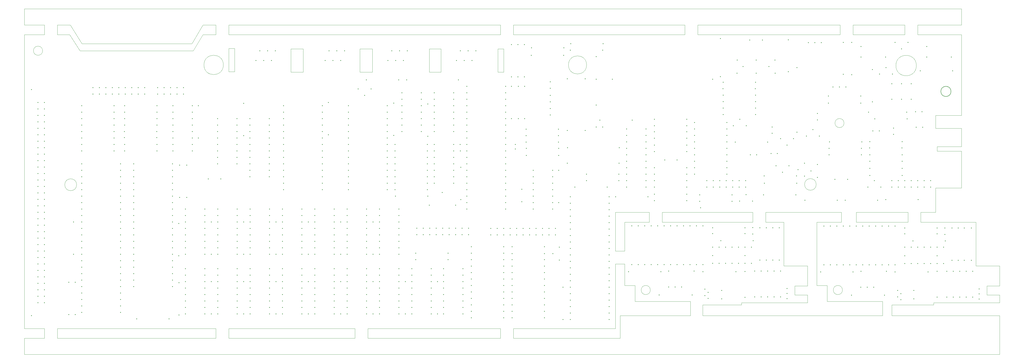
<source format=gko>
%TF.GenerationSoftware,KiCad,Pcbnew,8.0.8+1*%
%TF.CreationDate,2025-02-09T17:16:15+01:00*%
%TF.ProjectId,Issue_5,49737375-655f-4352-9e6b-696361645f70,Issue 5*%
%TF.SameCoordinates,Original*%
%TF.FileFunction,Profile,NP*%
%FSLAX46Y46*%
G04 Gerber Fmt 4.6, Leading zero omitted, Abs format (unit mm)*
G04 Created by KiCad (PCBNEW 8.0.8+1) date 2025-02-09 17:16:15*
%MOMM*%
%LPD*%
G01*
G04 APERTURE LIST*
%TA.AperFunction,Profile*%
%ADD10C,0.050000*%
%TD*%
%TA.AperFunction,Profile*%
%ADD11C,0.200000*%
%TD*%
%ADD12C,0.350000*%
G04 APERTURE END LIST*
D10*
X334391000Y-165227000D02*
X344043000Y-165227000D01*
X263017000Y-190119000D02*
X258953000Y-190119000D01*
X263017000Y-190119000D02*
X263017000Y-196342000D01*
X360172000Y-201930000D02*
X360172000Y-196342000D01*
X255270000Y-161290000D02*
X255270000Y-176530000D01*
X289560000Y-197739000D02*
X289560000Y-201930000D01*
X158115000Y-207010000D02*
X210185000Y-207010000D01*
X210185000Y-210820000D01*
X158115000Y-210820000D01*
X158115000Y-207010000D01*
X304800000Y-196850000D02*
X330708000Y-196850000D01*
X321437000Y-165227000D02*
X314325000Y-165227000D01*
X314325000Y-161290000D02*
X344043000Y-161290000D01*
X344442051Y-191897000D02*
G75*
G02*
X340849949Y-191897000I-1796051J0D01*
G01*
X340849949Y-191897000D02*
G75*
G02*
X344442051Y-191897000I1796051J0D01*
G01*
X373459093Y-103632000D02*
G75*
G02*
X365426907Y-103632000I-4016093J0D01*
G01*
X365426907Y-103632000D02*
G75*
G02*
X373459093Y-103632000I4016093J0D01*
G01*
X334137000Y-150368000D02*
G75*
G02*
X329565000Y-150368000I-2286000J0D01*
G01*
X329565000Y-150368000D02*
G75*
G02*
X334137000Y-150368000I2286000J0D01*
G01*
X127825500Y-97028000D02*
X132651500Y-97028000D01*
X132651500Y-106172000D01*
X127825500Y-106172000D01*
X127825500Y-97028000D01*
X255270000Y-207010000D02*
X255270000Y-181610000D01*
X258953000Y-165227000D02*
X268605000Y-165227000D01*
X325755000Y-193802000D02*
X325755000Y-190246000D01*
X257175000Y-201930000D02*
X284734000Y-201930000D01*
X338455000Y-190119000D02*
X334391000Y-190119000D01*
X268605000Y-165227000D02*
X268605000Y-161290000D01*
X314325000Y-165227000D02*
X314325000Y-161290000D01*
X154940000Y-97028000D02*
X159893000Y-97028000D01*
X159893000Y-106172000D01*
X154940000Y-106172000D01*
X154940000Y-97028000D01*
X243967000Y-103378000D02*
G75*
G02*
X236855000Y-103378000I-3556000J0D01*
G01*
X236855000Y-103378000D02*
G75*
G02*
X243967000Y-103378000I3556000J0D01*
G01*
X273685000Y-161290000D02*
X309245000Y-161290000D01*
X309245000Y-165227000D01*
X273685000Y-165227000D01*
X273685000Y-161290000D01*
X215265000Y-210820000D02*
X215265000Y-207010000D01*
X330708000Y-190246000D02*
X330708000Y-182372000D01*
X284734000Y-196342000D02*
X263017000Y-196342000D01*
X391160000Y-87630000D02*
X374015000Y-87630000D01*
X374015000Y-91440000D01*
X391160000Y-91440000D01*
X391160000Y-123190000D01*
X381000000Y-123190000D01*
X381000000Y-128270000D01*
X391160000Y-128270000D01*
X391160000Y-135509000D01*
X381635000Y-135509000D01*
X381635000Y-137287000D01*
X391160000Y-137287000D01*
X391160000Y-151765000D01*
X381000000Y-151765000D01*
X381000000Y-161290000D01*
X375158000Y-161290000D01*
X375158000Y-165227000D01*
X396875000Y-165227000D01*
X396875000Y-182372000D01*
X406146000Y-182372000D01*
X406146000Y-190246000D01*
X401193000Y-190246000D01*
X401193000Y-193802000D01*
X406146000Y-193802000D01*
X406146000Y-196850000D01*
X380238000Y-196850000D01*
X380238000Y-197739000D01*
X363855000Y-197739000D01*
X363855000Y-201930000D01*
X406146000Y-201930000D01*
X406146000Y-217170000D01*
X23241000Y-217170000D01*
X23241000Y-210820000D01*
X31115000Y-210820000D01*
X31115000Y-207010000D01*
X23241000Y-207010000D01*
X23241000Y-91440000D01*
X31115000Y-91440000D01*
X31115000Y-87630000D01*
X23241000Y-87630000D01*
X23241000Y-81280000D01*
X391160000Y-81280000D01*
X391160000Y-87630000D01*
X334391000Y-176530000D02*
X334391000Y-181610000D01*
X269004051Y-191897000D02*
G75*
G02*
X265411949Y-191897000I-1796051J0D01*
G01*
X265411949Y-191897000D02*
G75*
G02*
X269004051Y-191897000I1796051J0D01*
G01*
X258953000Y-181610000D02*
X255270000Y-181610000D01*
X344043000Y-165227000D02*
X344043000Y-161290000D01*
X284734000Y-196342000D02*
X284734000Y-201930000D01*
X360172000Y-196342000D02*
X338455000Y-196342000D01*
X289560000Y-201930000D02*
X360172000Y-201930000D01*
X215265000Y-87630000D02*
X282575000Y-87630000D01*
X282575000Y-91440000D01*
X215265000Y-91440000D01*
X215265000Y-87630000D01*
X348615000Y-87630000D02*
X368935000Y-87630000D01*
X368935000Y-91440000D01*
X348615000Y-91440000D01*
X348615000Y-87630000D01*
X330708000Y-182372000D02*
X321437000Y-182372000D01*
X103505000Y-96901000D02*
X105791000Y-96901000D01*
X105791000Y-106045000D01*
X103505000Y-106045000D01*
X103505000Y-96901000D01*
X338455000Y-190119000D02*
X338455000Y-196342000D01*
X209169000Y-97028000D02*
X211455000Y-97028000D01*
X211455000Y-106172000D01*
X209169000Y-106172000D01*
X209169000Y-97028000D01*
X289560000Y-197739000D02*
X304800000Y-197739000D01*
X304800000Y-197739000D02*
X304800000Y-196850000D01*
X268605000Y-161290000D02*
X255270000Y-161290000D01*
X349885000Y-161290000D02*
X370205000Y-161290000D01*
X370205000Y-165227000D01*
X349885000Y-165227000D01*
X349885000Y-161290000D01*
X287655000Y-87630000D02*
X343535000Y-87630000D01*
X343535000Y-91440000D01*
X287655000Y-91440000D01*
X287655000Y-87630000D01*
X36195000Y-207010000D02*
X98425000Y-207010000D01*
X98425000Y-210820000D01*
X36195000Y-210820000D01*
X36195000Y-207010000D01*
X334391000Y-176530000D02*
X334391000Y-165227000D01*
X258953000Y-181610000D02*
X258953000Y-190119000D01*
X255270000Y-176530000D02*
X258953000Y-176530000D01*
X257175000Y-201930000D02*
X257175000Y-210820000D01*
X182245000Y-97028000D02*
X186817000Y-97028000D01*
X186817000Y-106172000D01*
X182245000Y-106172000D01*
X182245000Y-97028000D01*
X101346000Y-103378000D02*
G75*
G02*
X93726000Y-103378000I-3810000J0D01*
G01*
X93726000Y-103378000D02*
G75*
G02*
X101346000Y-103378000I3810000J0D01*
G01*
X215265000Y-207010000D02*
X255270000Y-207010000D01*
X321437000Y-182372000D02*
X321437000Y-165227000D01*
X257175000Y-210820000D02*
X215265000Y-210820000D01*
X330708000Y-196850000D02*
X330708000Y-193802000D01*
X45847000Y-94996000D02*
X89027000Y-94996000D01*
X93345000Y-87630000D01*
X98425000Y-87630000D01*
X98425000Y-91440000D01*
X93345000Y-91440000D01*
X89535000Y-97790000D01*
X45085000Y-97790000D01*
X41021000Y-91440000D01*
X36195000Y-91440000D01*
X36195000Y-87630000D01*
X41275000Y-87630000D01*
X45847000Y-94996000D01*
X43736867Y-150495000D02*
G75*
G02*
X39067133Y-150495000I-2334867J0D01*
G01*
X39067133Y-150495000D02*
G75*
G02*
X43736867Y-150495000I2334867J0D01*
G01*
X345059000Y-126238000D02*
G75*
G02*
X341503000Y-126238000I-1778000J0D01*
G01*
X341503000Y-126238000D02*
G75*
G02*
X345059000Y-126238000I1778000J0D01*
G01*
X103505000Y-87630000D02*
X210185000Y-87630000D01*
X210185000Y-91440000D01*
X103505000Y-91440000D01*
X103505000Y-87630000D01*
X325755000Y-190246000D02*
X330708000Y-190246000D01*
X30371051Y-97790000D02*
G75*
G02*
X26778949Y-97790000I-1796051J0D01*
G01*
X26778949Y-97790000D02*
G75*
G02*
X30371051Y-97790000I1796051J0D01*
G01*
X258953000Y-176530000D02*
X258953000Y-165227000D01*
X103505000Y-207010000D02*
X153035000Y-207010000D01*
X153035000Y-210820000D01*
X103505000Y-210820000D01*
X103505000Y-207010000D01*
X334391000Y-181610000D02*
X334391000Y-190119000D01*
X330708000Y-193802000D02*
X325755000Y-193802000D01*
D11*
%TO.C,S3*%
X387064000Y-113792000D02*
G75*
G02*
X383064000Y-113792000I-2000000J0D01*
G01*
X383064000Y-113792000D02*
G75*
G02*
X387064000Y-113792000I2000000J0D01*
G01*
%TD*%
D12*
X276225000Y-190683000D03*
X278765000Y-190683000D03*
X281305000Y-190683000D03*
X58420000Y-137160000D03*
X45720000Y-137160000D03*
X358902000Y-129286000D03*
X356402000Y-129286000D03*
X339217000Y-138684000D03*
X351917000Y-138684000D03*
X297585000Y-115310000D03*
X310285000Y-115310000D03*
X211455000Y-185039000D03*
X198755000Y-185039000D03*
X377571000Y-96092000D03*
X377571000Y-100283000D03*
X387223000Y-100283000D03*
X367825400Y-135991600D03*
X355125400Y-135991600D03*
X283337000Y-137414000D03*
X270637000Y-137414000D03*
X347980000Y-193929000D03*
X360934000Y-193929000D03*
X227457000Y-182499000D03*
X214757000Y-182499000D03*
X368935000Y-175006000D03*
X371475000Y-175006000D03*
X374015000Y-175006000D03*
X376555000Y-175006000D03*
X379095000Y-175006000D03*
X381635000Y-175006000D03*
X384175000Y-175006000D03*
X252095000Y-151384000D03*
X239395000Y-151384000D03*
X233045000Y-138938000D03*
X220345000Y-138938000D03*
X227457000Y-195199000D03*
X214757000Y-195199000D03*
X398145000Y-191453000D03*
X398145000Y-193453000D03*
X398145000Y-195453000D03*
X227457000Y-185039000D03*
X214757000Y-185039000D03*
X137287000Y-160020000D03*
X137287000Y-162560000D03*
X137287000Y-165100000D03*
X137287000Y-167640000D03*
X137287000Y-170180000D03*
X137287000Y-172720000D03*
X137287000Y-175260000D03*
X137287000Y-177800000D03*
X144907000Y-177800000D03*
X144907000Y-175260000D03*
X144907000Y-172720000D03*
X144907000Y-170180000D03*
X144907000Y-167640000D03*
X144907000Y-165100000D03*
X144907000Y-162560000D03*
X144907000Y-160020000D03*
X168783000Y-137160000D03*
X181483000Y-137160000D03*
X235077000Y-96647000D03*
X222377000Y-96647000D03*
X373166000Y-121793000D03*
X375666000Y-121793000D03*
X75311000Y-134620000D03*
X62611000Y-134620000D03*
X306197000Y-167386000D03*
X293497000Y-167386000D03*
X355168200Y-133553200D03*
X367868200Y-133553200D03*
X147447000Y-201295000D03*
X147447000Y-188595000D03*
X290449000Y-191516000D03*
X290449000Y-191516000D03*
X291719000Y-192786000D03*
X291719000Y-192786000D03*
X290449000Y-194056000D03*
X290449000Y-194056000D03*
X291719000Y-195199000D03*
X291719000Y-195199000D03*
X355219000Y-141224000D03*
X367919000Y-141224000D03*
X286385000Y-143764000D03*
X299085000Y-143764000D03*
X168783000Y-142240000D03*
X181483000Y-142240000D03*
X234950000Y-99568000D03*
X222250000Y-99568000D03*
X319659000Y-180086000D03*
X319659000Y-167386000D03*
X329565000Y-147066000D03*
X327025000Y-144526000D03*
X329565000Y-141986000D03*
X297585000Y-120390000D03*
X310285000Y-120390000D03*
X220218000Y-128651000D03*
X232918000Y-128651000D03*
X227457000Y-197739000D03*
X214757000Y-197739000D03*
X175387000Y-183515000D03*
X175387000Y-186055000D03*
X175387000Y-188595000D03*
X175387000Y-191135000D03*
X175387000Y-193675000D03*
X175387000Y-196215000D03*
X175387000Y-198755000D03*
X175387000Y-201295000D03*
X183007000Y-201295000D03*
X183007000Y-198755000D03*
X183007000Y-196215000D03*
X183007000Y-193675000D03*
X183007000Y-191135000D03*
X183007000Y-188595000D03*
X183007000Y-186055000D03*
X183007000Y-183515000D03*
X243967000Y-148844000D03*
X256667000Y-148844000D03*
X326136000Y-154432000D03*
X313436000Y-154432000D03*
X313817000Y-149860000D03*
X326517000Y-149860000D03*
X315087000Y-133705600D03*
X302387000Y-133705600D03*
X137287000Y-183515000D03*
X137287000Y-186055000D03*
X137287000Y-188595000D03*
X137287000Y-191135000D03*
X137287000Y-193675000D03*
X137287000Y-196215000D03*
X137287000Y-198755000D03*
X137287000Y-201295000D03*
X144907000Y-201295000D03*
X144907000Y-198755000D03*
X144907000Y-196215000D03*
X144907000Y-193675000D03*
X144907000Y-191135000D03*
X144907000Y-188595000D03*
X144907000Y-186055000D03*
X144907000Y-183515000D03*
X96647000Y-201295000D03*
X96647000Y-188595000D03*
X395097000Y-180213000D03*
X395097000Y-167513000D03*
X288417000Y-156972000D03*
X301117000Y-156972000D03*
X326567800Y-104444800D03*
X326567800Y-129844800D03*
X172847000Y-201295000D03*
X172847000Y-188595000D03*
X192913000Y-101600000D03*
X194437000Y-97790000D03*
X195961000Y-101600000D03*
X197485000Y-97790000D03*
X199009000Y-101600000D03*
X200533000Y-97790000D03*
X309245000Y-167335200D03*
X309245000Y-169875200D03*
X306197000Y-184650000D03*
X306197000Y-194810000D03*
X370205000Y-94488000D03*
X367665000Y-97028000D03*
X365125000Y-94488000D03*
X217043000Y-108077000D03*
X217043000Y-95377000D03*
X181610000Y-118745000D03*
X181610000Y-131445000D03*
X219583000Y-95377000D03*
X219583000Y-108077000D03*
X291211000Y-148844000D03*
X293751000Y-148844000D03*
X296291000Y-148844000D03*
X298831000Y-148844000D03*
X301371000Y-148844000D03*
X303911000Y-148844000D03*
X306451000Y-148844000D03*
X291211000Y-151384000D03*
X293751000Y-151384000D03*
X296291000Y-151384000D03*
X298831000Y-151384000D03*
X301371000Y-151384000D03*
X303911000Y-151384000D03*
X306451000Y-151384000D03*
X211455000Y-182499000D03*
X198755000Y-182499000D03*
X308269000Y-138684000D03*
X310769000Y-138684000D03*
X85725000Y-114845000D03*
X85725000Y-112305000D03*
X83185000Y-114845000D03*
X83185000Y-112305000D03*
X80645000Y-114845000D03*
X80645000Y-112305000D03*
X78105000Y-114845000D03*
X78105000Y-112305000D03*
X75565000Y-114845000D03*
X75565000Y-112305000D03*
X70485000Y-114845000D03*
X70485000Y-112305000D03*
X67945000Y-114845000D03*
X67945000Y-112305000D03*
X65405000Y-114845000D03*
X65405000Y-112305000D03*
X62865000Y-114845000D03*
X62865000Y-112305000D03*
X60325000Y-114845000D03*
X60325000Y-112305000D03*
X57785000Y-114845000D03*
X57785000Y-112305000D03*
X55245000Y-114845000D03*
X55245000Y-112305000D03*
X52705000Y-114845000D03*
X52705000Y-112305000D03*
X50165000Y-114845000D03*
X50165000Y-112305000D03*
X312039000Y-180086000D03*
X312039000Y-167386000D03*
X75184000Y-129540000D03*
X62484000Y-129540000D03*
X368935000Y-169799000D03*
X381635000Y-169799000D03*
X286385000Y-138684000D03*
X299085000Y-138684000D03*
X214757000Y-179959000D03*
X227457000Y-179959000D03*
X270637000Y-124714000D03*
X283337000Y-124714000D03*
X334645000Y-147574000D03*
X332105000Y-145034000D03*
X334645000Y-142494000D03*
X45720000Y-142240000D03*
X45720000Y-144780000D03*
X45720000Y-147320000D03*
X45720000Y-149860000D03*
X45720000Y-152400000D03*
X45720000Y-154940000D03*
X45720000Y-157480000D03*
X45720000Y-160020000D03*
X45720000Y-162560000D03*
X45720000Y-165100000D03*
X45720000Y-167640000D03*
X45720000Y-170180000D03*
X45720000Y-172720000D03*
X45720000Y-175260000D03*
X45720000Y-177800000D03*
X45720000Y-180340000D03*
X45720000Y-182880000D03*
X45720000Y-185420000D03*
X45720000Y-187960000D03*
X45720000Y-190500000D03*
X45720000Y-193040000D03*
X45720000Y-195580000D03*
X45720000Y-198120000D03*
X45720000Y-200660000D03*
X60960000Y-200660000D03*
X60960000Y-198120000D03*
X60960000Y-195580000D03*
X60960000Y-193040000D03*
X60960000Y-190500000D03*
X60960000Y-187960000D03*
X60960000Y-185420000D03*
X60960000Y-182880000D03*
X60960000Y-180340000D03*
X60960000Y-177800000D03*
X60960000Y-175260000D03*
X60960000Y-172720000D03*
X60960000Y-170180000D03*
X60960000Y-167640000D03*
X60960000Y-165100000D03*
X60960000Y-162560000D03*
X60960000Y-160020000D03*
X60960000Y-157480000D03*
X60960000Y-154940000D03*
X60960000Y-152400000D03*
X60960000Y-149860000D03*
X60960000Y-147320000D03*
X60960000Y-144780000D03*
X60960000Y-142240000D03*
X361467400Y-156311600D03*
X374167400Y-156311600D03*
X259715000Y-128524000D03*
X259715000Y-131064000D03*
X259715000Y-133604000D03*
X259715000Y-136144000D03*
X259715000Y-138684000D03*
X259715000Y-141224000D03*
X259715000Y-143764000D03*
X259715000Y-146304000D03*
X259715000Y-148844000D03*
X259715000Y-151384000D03*
X267335000Y-151384000D03*
X267335000Y-148844000D03*
X267335000Y-146304000D03*
X267335000Y-143764000D03*
X267335000Y-141224000D03*
X267335000Y-138684000D03*
X267335000Y-136144000D03*
X267335000Y-133604000D03*
X267335000Y-131064000D03*
X267335000Y-128524000D03*
X185420000Y-201295000D03*
X185420000Y-188595000D03*
X141351000Y-101600000D03*
X142875000Y-97790000D03*
X144399000Y-101600000D03*
X145923000Y-97790000D03*
X147447000Y-101600000D03*
X148971000Y-97790000D03*
X302641000Y-184658000D03*
X289687000Y-184658000D03*
X270637000Y-143764000D03*
X283337000Y-143764000D03*
X364490000Y-128207888D03*
X364490000Y-130707888D03*
X227457000Y-202819000D03*
X214757000Y-202819000D03*
X306197000Y-178308000D03*
X293497000Y-178308000D03*
X345567000Y-156591000D03*
X358267000Y-156591000D03*
X237744000Y-94996000D03*
X250444000Y-94996000D03*
X227457000Y-190119000D03*
X214757000Y-190119000D03*
X357149400Y-124561600D03*
X369849400Y-124561600D03*
X297585000Y-117850000D03*
X310285000Y-117850000D03*
X142621000Y-118110000D03*
X142621000Y-130810000D03*
X216027000Y-136398000D03*
X216027000Y-134698000D03*
X369697000Y-121920000D03*
X354697000Y-121920000D03*
X355219000Y-144018000D03*
X367919000Y-144018000D03*
X75184000Y-131953000D03*
X62484000Y-131953000D03*
X270637000Y-129674000D03*
X283337000Y-129674000D03*
X261874000Y-125095000D03*
X249174000Y-125095000D03*
X187325000Y-153543000D03*
X192532000Y-158496000D03*
X182245000Y-158496000D03*
X315087000Y-184404000D03*
X315087000Y-194564000D03*
X368935000Y-181483000D03*
X371475000Y-181483000D03*
X374015000Y-181483000D03*
X376555000Y-181483000D03*
X379095000Y-181483000D03*
X381635000Y-181483000D03*
X384175000Y-181483000D03*
X387731000Y-105664000D03*
X375031000Y-105664000D03*
X323215000Y-106045000D03*
X323215000Y-93472000D03*
X220218000Y-131191000D03*
X232918000Y-131191000D03*
X160147000Y-177800000D03*
X160147000Y-165100000D03*
X214503000Y-111760000D03*
X214503000Y-124460000D03*
X184150000Y-114300000D03*
X184150000Y-116840000D03*
X184150000Y-119380000D03*
X184150000Y-121920000D03*
X184150000Y-124460000D03*
X184150000Y-127000000D03*
X184150000Y-129540000D03*
X191770000Y-129540000D03*
X191770000Y-127000000D03*
X191770000Y-124460000D03*
X191770000Y-121920000D03*
X191770000Y-119380000D03*
X191770000Y-116840000D03*
X191770000Y-114300000D03*
X339217000Y-136144000D03*
X351917000Y-136144000D03*
X124968000Y-119380000D03*
X124968000Y-121920000D03*
X124968000Y-124460000D03*
X124968000Y-127000000D03*
X124968000Y-129540000D03*
X124968000Y-132080000D03*
X124968000Y-134620000D03*
X124968000Y-137160000D03*
X124968000Y-139700000D03*
X124968000Y-142240000D03*
X124968000Y-144780000D03*
X124968000Y-147320000D03*
X124968000Y-149860000D03*
X124968000Y-152400000D03*
X140208000Y-152400000D03*
X140208000Y-149860000D03*
X140208000Y-147320000D03*
X140208000Y-144780000D03*
X140208000Y-142240000D03*
X140208000Y-139700000D03*
X140208000Y-137160000D03*
X140208000Y-134620000D03*
X140208000Y-132080000D03*
X140208000Y-129540000D03*
X140208000Y-127000000D03*
X140208000Y-124460000D03*
X140208000Y-121920000D03*
X140208000Y-119380000D03*
X99187000Y-183515000D03*
X99187000Y-186055000D03*
X99187000Y-188595000D03*
X99187000Y-191135000D03*
X99187000Y-193675000D03*
X99187000Y-196215000D03*
X99187000Y-198755000D03*
X99187000Y-201295000D03*
X106807000Y-201295000D03*
X106807000Y-198755000D03*
X106807000Y-196215000D03*
X106807000Y-193675000D03*
X106807000Y-191135000D03*
X106807000Y-188595000D03*
X106807000Y-186055000D03*
X106807000Y-183515000D03*
X270637000Y-132214000D03*
X283337000Y-132214000D03*
X385445000Y-194691000D03*
X385445000Y-184531000D03*
X338963000Y-115570000D03*
X351663000Y-115570000D03*
X198755000Y-190119000D03*
X211455000Y-190119000D03*
X75311000Y-127000000D03*
X62611000Y-127000000D03*
X111887000Y-160020000D03*
X111887000Y-162560000D03*
X111887000Y-165100000D03*
X111887000Y-167640000D03*
X111887000Y-170180000D03*
X111887000Y-172720000D03*
X111887000Y-175260000D03*
X111887000Y-177800000D03*
X119507000Y-177800000D03*
X119507000Y-175260000D03*
X119507000Y-172720000D03*
X119507000Y-170180000D03*
X119507000Y-167640000D03*
X119507000Y-165100000D03*
X119507000Y-162560000D03*
X119507000Y-160020000D03*
X286385000Y-131064000D03*
X299085000Y-131064000D03*
X345821000Y-112014000D03*
X343281000Y-112014000D03*
X340741000Y-112014000D03*
X320167000Y-194564000D03*
X320167000Y-184404000D03*
X293497000Y-175006000D03*
X296037000Y-175006000D03*
X298577000Y-175006000D03*
X301117000Y-175006000D03*
X303657000Y-175006000D03*
X306197000Y-175006000D03*
X308737000Y-175006000D03*
X114173000Y-101600000D03*
X115697000Y-97790000D03*
X117221000Y-101600000D03*
X118745000Y-97790000D03*
X120269000Y-101600000D03*
X121793000Y-97790000D03*
X310261000Y-112770000D03*
X297561000Y-112770000D03*
X283337000Y-151384000D03*
X270637000Y-151384000D03*
X351703000Y-96092000D03*
X351703000Y-100283000D03*
X361355000Y-100283000D03*
X270637000Y-156718000D03*
X283337000Y-156718000D03*
X395605000Y-194691000D03*
X395605000Y-184531000D03*
X314579000Y-180086000D03*
X314579000Y-167386000D03*
X297053000Y-192024000D03*
X297053000Y-195326000D03*
X171450000Y-114300000D03*
X171450000Y-116840000D03*
X171450000Y-119380000D03*
X171450000Y-121920000D03*
X171450000Y-124460000D03*
X171450000Y-127000000D03*
X171450000Y-129540000D03*
X179070000Y-129540000D03*
X179070000Y-127000000D03*
X179070000Y-124460000D03*
X179070000Y-121920000D03*
X179070000Y-119380000D03*
X179070000Y-116840000D03*
X179070000Y-114300000D03*
X211455000Y-177419000D03*
X198755000Y-177419000D03*
X198755000Y-195199000D03*
X211455000Y-195199000D03*
X58420000Y-132080000D03*
X45720000Y-132080000D03*
X176911000Y-177419000D03*
X189611000Y-177419000D03*
X313715400Y-147015200D03*
X326415400Y-147015200D03*
X299085000Y-136144000D03*
X286385000Y-136144000D03*
X223012000Y-144780000D03*
X223012000Y-147320000D03*
X223012000Y-149860000D03*
X223012000Y-152400000D03*
X223012000Y-154940000D03*
X223012000Y-157480000D03*
X223012000Y-160020000D03*
X230632000Y-160020000D03*
X230632000Y-157480000D03*
X230632000Y-154940000D03*
X230632000Y-152400000D03*
X230632000Y-149860000D03*
X230632000Y-147320000D03*
X230632000Y-144780000D03*
X381635000Y-167513000D03*
X368935000Y-167513000D03*
X81534000Y-119380000D03*
X81534000Y-121920000D03*
X81534000Y-124460000D03*
X81534000Y-127000000D03*
X81534000Y-129540000D03*
X81534000Y-132080000D03*
X81534000Y-134620000D03*
X81534000Y-137160000D03*
X89154000Y-137160000D03*
X89154000Y-134620000D03*
X89154000Y-132080000D03*
X89154000Y-129540000D03*
X89154000Y-127000000D03*
X89154000Y-124460000D03*
X89154000Y-121920000D03*
X89154000Y-119380000D03*
X337185000Y-181991000D03*
X339725000Y-181991000D03*
X342265000Y-181991000D03*
X344805000Y-181991000D03*
X347345000Y-181991000D03*
X349885000Y-181991000D03*
X352425000Y-181991000D03*
X354965000Y-181991000D03*
X357505000Y-181991000D03*
X360045000Y-181991000D03*
X362585000Y-181991000D03*
X365125000Y-181991000D03*
X365125000Y-166751000D03*
X362585000Y-166751000D03*
X360045000Y-166751000D03*
X357505000Y-166751000D03*
X354965000Y-166751000D03*
X352425000Y-166751000D03*
X349885000Y-166751000D03*
X347345000Y-166751000D03*
X344805000Y-166751000D03*
X342265000Y-166751000D03*
X339725000Y-166751000D03*
X337185000Y-166751000D03*
X313055000Y-93585000D03*
X308055000Y-93585000D03*
X303102000Y-101459000D03*
X310595000Y-101459000D03*
X317961000Y-101459000D03*
X305388000Y-103999000D03*
X315548000Y-103999000D03*
X303055000Y-106666000D03*
X318055000Y-106666000D03*
X310555000Y-106666000D03*
X354457000Y-151384000D03*
X356997000Y-148844000D03*
X359537000Y-151384000D03*
X335915000Y-184785000D03*
X348615000Y-184785000D03*
X162687000Y-160020000D03*
X162687000Y-162560000D03*
X162687000Y-165100000D03*
X162687000Y-167640000D03*
X162687000Y-170180000D03*
X162687000Y-172720000D03*
X162687000Y-175260000D03*
X162687000Y-177800000D03*
X170307000Y-177800000D03*
X170307000Y-175260000D03*
X170307000Y-172720000D03*
X170307000Y-170180000D03*
X170307000Y-167640000D03*
X170307000Y-165100000D03*
X170307000Y-162560000D03*
X170307000Y-160020000D03*
X170180000Y-109220000D03*
X157480000Y-109220000D03*
X336169000Y-94570000D03*
X333629000Y-94570000D03*
X331089000Y-94570000D03*
X147447000Y-177800000D03*
X147447000Y-165100000D03*
X338963000Y-118364000D03*
X351663000Y-118364000D03*
X181483000Y-152400000D03*
X168783000Y-152400000D03*
X309372000Y-172466000D03*
X296672000Y-172466000D03*
X322707000Y-191262000D03*
X322707000Y-193262000D03*
X322707000Y-195262000D03*
X220218000Y-133731000D03*
X232918000Y-133731000D03*
X373420000Y-127889000D03*
X375920000Y-127889000D03*
X351663000Y-190810000D03*
X354203000Y-190810000D03*
X356743000Y-190810000D03*
X149987000Y-160020000D03*
X149987000Y-162560000D03*
X149987000Y-165100000D03*
X149987000Y-167640000D03*
X149987000Y-170180000D03*
X149987000Y-172720000D03*
X149987000Y-175260000D03*
X149987000Y-177800000D03*
X157607000Y-177800000D03*
X157607000Y-175260000D03*
X157607000Y-172720000D03*
X157607000Y-170180000D03*
X157607000Y-167640000D03*
X157607000Y-165100000D03*
X157607000Y-162560000D03*
X157607000Y-160020000D03*
X86487000Y-183515000D03*
X86487000Y-186055000D03*
X86487000Y-188595000D03*
X86487000Y-191135000D03*
X86487000Y-193675000D03*
X86487000Y-196215000D03*
X86487000Y-198755000D03*
X86487000Y-201295000D03*
X94107000Y-201295000D03*
X94107000Y-198755000D03*
X94107000Y-196215000D03*
X94107000Y-193675000D03*
X94107000Y-191135000D03*
X94107000Y-188595000D03*
X94107000Y-186055000D03*
X94107000Y-183515000D03*
X243459000Y-129159000D03*
X243459000Y-108839000D03*
X261747000Y-181864000D03*
X264287000Y-181864000D03*
X266827000Y-181864000D03*
X269367000Y-181864000D03*
X271907000Y-181864000D03*
X274447000Y-181864000D03*
X276987000Y-181864000D03*
X279527000Y-181864000D03*
X282067000Y-181864000D03*
X284607000Y-181864000D03*
X287147000Y-181864000D03*
X289687000Y-181864000D03*
X289687000Y-166624000D03*
X287147000Y-166624000D03*
X284607000Y-166624000D03*
X282067000Y-166624000D03*
X279527000Y-166624000D03*
X276987000Y-166624000D03*
X274447000Y-166624000D03*
X271907000Y-166624000D03*
X269367000Y-166624000D03*
X266827000Y-166624000D03*
X264287000Y-166624000D03*
X261747000Y-166624000D03*
X288417000Y-154432000D03*
X301117000Y-154432000D03*
X75311000Y-121920000D03*
X62611000Y-121920000D03*
X310007000Y-194564000D03*
X310007000Y-184404000D03*
X286385000Y-133604000D03*
X299085000Y-133604000D03*
X217144600Y-111810800D03*
X217144600Y-124510800D03*
X293497000Y-169672000D03*
X306197000Y-169672000D03*
X341503000Y-148336000D03*
X346503000Y-148336000D03*
X256717800Y-141986000D03*
X236397800Y-141986000D03*
X297585000Y-122930000D03*
X310285000Y-122930000D03*
X270637000Y-134874000D03*
X283337000Y-134874000D03*
X160147000Y-201295000D03*
X160147000Y-188595000D03*
X325247000Y-132334000D03*
X322707000Y-134874000D03*
X320167000Y-132334000D03*
X384683000Y-167487600D03*
X384683000Y-170027600D03*
X184150000Y-134620000D03*
X184150000Y-137160000D03*
X184150000Y-139700000D03*
X184150000Y-142240000D03*
X184150000Y-144780000D03*
X184150000Y-147320000D03*
X184150000Y-149860000D03*
X191770000Y-149860000D03*
X191770000Y-147320000D03*
X191770000Y-144780000D03*
X191770000Y-142240000D03*
X191770000Y-139700000D03*
X191770000Y-137160000D03*
X191770000Y-134620000D03*
X286385000Y-141224000D03*
X299085000Y-141224000D03*
X196977000Y-111760000D03*
X196977000Y-114300000D03*
X196977000Y-116840000D03*
X196977000Y-119380000D03*
X196977000Y-121920000D03*
X196977000Y-124460000D03*
X196977000Y-127000000D03*
X196977000Y-129540000D03*
X196977000Y-132080000D03*
X196977000Y-134620000D03*
X196977000Y-137160000D03*
X196977000Y-139700000D03*
X196977000Y-142240000D03*
X196977000Y-144780000D03*
X196977000Y-147320000D03*
X196977000Y-149860000D03*
X196977000Y-152400000D03*
X196977000Y-154940000D03*
X196977000Y-157480000D03*
X196977000Y-160020000D03*
X212217000Y-160020000D03*
X212217000Y-157480000D03*
X212217000Y-154940000D03*
X212217000Y-152400000D03*
X212217000Y-149860000D03*
X212217000Y-147320000D03*
X212217000Y-144780000D03*
X212217000Y-142240000D03*
X212217000Y-139700000D03*
X212217000Y-137160000D03*
X212217000Y-134620000D03*
X212217000Y-132080000D03*
X212217000Y-129540000D03*
X212217000Y-127000000D03*
X212217000Y-124460000D03*
X212217000Y-121920000D03*
X212217000Y-119380000D03*
X212217000Y-116840000D03*
X212217000Y-114300000D03*
X212217000Y-111760000D03*
X304070000Y-156925000D03*
X306610000Y-154385000D03*
X309150000Y-156925000D03*
X270637000Y-148844000D03*
X283337000Y-148844000D03*
X272479888Y-193802000D03*
X285433888Y-193802000D03*
X214757000Y-174879000D03*
X227457000Y-174879000D03*
X256667000Y-146304000D03*
X243967000Y-146304000D03*
X181610000Y-154940000D03*
X168910000Y-154940000D03*
X279527000Y-140716000D03*
X274647000Y-140716000D03*
X122047000Y-177800000D03*
X122047000Y-165100000D03*
X384810000Y-172593000D03*
X372110000Y-172593000D03*
X177292000Y-170120000D03*
X177292000Y-167580000D03*
X179832000Y-170120000D03*
X179832000Y-167580000D03*
X182372000Y-170120000D03*
X182372000Y-167580000D03*
X184912000Y-170120000D03*
X184912000Y-167580000D03*
X187452000Y-170120000D03*
X187452000Y-167580000D03*
X189992000Y-170120000D03*
X189992000Y-167580000D03*
X192532000Y-170120000D03*
X192532000Y-167580000D03*
X195072000Y-170120000D03*
X195072000Y-167580000D03*
X197612000Y-170120000D03*
X197612000Y-167580000D03*
X361696000Y-184531000D03*
X351696000Y-184531000D03*
X286225000Y-184404000D03*
X276225000Y-184404000D03*
X109347000Y-201295000D03*
X109347000Y-188595000D03*
X381635000Y-178435000D03*
X368935000Y-178435000D03*
X198755000Y-202819000D03*
X211455000Y-202819000D03*
X260477000Y-184658000D03*
X273177000Y-184658000D03*
X176911000Y-179959000D03*
X189611000Y-179959000D03*
X219633800Y-111810800D03*
X219633800Y-124510800D03*
X165989000Y-101600000D03*
X167513000Y-97790000D03*
X169037000Y-101600000D03*
X170561000Y-97790000D03*
X172085000Y-101600000D03*
X173609000Y-97790000D03*
X124587000Y-160020000D03*
X124587000Y-162560000D03*
X124587000Y-165100000D03*
X124587000Y-167640000D03*
X124587000Y-170180000D03*
X124587000Y-172720000D03*
X124587000Y-175260000D03*
X124587000Y-177800000D03*
X132207000Y-177800000D03*
X132207000Y-175260000D03*
X132207000Y-172720000D03*
X132207000Y-170180000D03*
X132207000Y-167640000D03*
X132207000Y-165100000D03*
X132207000Y-162560000D03*
X132207000Y-160020000D03*
X387985000Y-194691000D03*
X387985000Y-184531000D03*
X214757000Y-177546000D03*
X227457000Y-177546000D03*
X111887000Y-183515000D03*
X111887000Y-186055000D03*
X111887000Y-188595000D03*
X111887000Y-191135000D03*
X111887000Y-193675000D03*
X111887000Y-196215000D03*
X111887000Y-198755000D03*
X111887000Y-201295000D03*
X119507000Y-201295000D03*
X119507000Y-198755000D03*
X119507000Y-196215000D03*
X119507000Y-193675000D03*
X119507000Y-191135000D03*
X119507000Y-188595000D03*
X119507000Y-186055000D03*
X119507000Y-183515000D03*
X86487000Y-160020000D03*
X86487000Y-162560000D03*
X86487000Y-165100000D03*
X86487000Y-167640000D03*
X86487000Y-170180000D03*
X86487000Y-172720000D03*
X86487000Y-175260000D03*
X86487000Y-177800000D03*
X94107000Y-177800000D03*
X94107000Y-175260000D03*
X94107000Y-172720000D03*
X94107000Y-170180000D03*
X94107000Y-167640000D03*
X94107000Y-165100000D03*
X94107000Y-162560000D03*
X94107000Y-160020000D03*
X229743000Y-112522000D03*
X229743000Y-109982000D03*
X198755000Y-192659000D03*
X211455000Y-192659000D03*
X387477000Y-180213000D03*
X387477000Y-167513000D03*
X299085000Y-146354800D03*
X286385000Y-146354800D03*
X323469000Y-143002000D03*
X320929000Y-145542000D03*
X318389000Y-143002000D03*
X26035000Y-201940000D03*
X26035000Y-113040000D03*
X28575000Y-196850000D03*
X28575000Y-194310000D03*
X28575000Y-191770000D03*
X28575000Y-189230000D03*
X28575000Y-186690000D03*
X28575000Y-184150000D03*
X28575000Y-181610000D03*
X28575000Y-179070000D03*
X28575000Y-176530000D03*
X28575000Y-173990000D03*
X28575000Y-171450000D03*
X28575000Y-168910000D03*
X28575000Y-166370000D03*
X28575000Y-163830000D03*
X28575000Y-161290000D03*
X28575000Y-158750000D03*
X28575000Y-156210000D03*
X28575000Y-153670000D03*
X28575000Y-151130000D03*
X28575000Y-148590000D03*
X28575000Y-146050000D03*
X28575000Y-143510000D03*
X28575000Y-140970000D03*
X28575000Y-138430000D03*
X28575000Y-135890000D03*
X28575000Y-133350000D03*
X28575000Y-130810000D03*
X28575000Y-128270000D03*
X28575000Y-125730000D03*
X28575000Y-123190000D03*
X28575000Y-120650000D03*
X28575000Y-118110000D03*
X31115000Y-196850000D03*
X31115000Y-194310000D03*
X31115000Y-191770000D03*
X31115000Y-189230000D03*
X31115000Y-186690000D03*
X31115000Y-184150000D03*
X31115000Y-181610000D03*
X31115000Y-179070000D03*
X31115000Y-176530000D03*
X31115000Y-173990000D03*
X31115000Y-171450000D03*
X31115000Y-168910000D03*
X31115000Y-166370000D03*
X31115000Y-163830000D03*
X31115000Y-161290000D03*
X31115000Y-158750000D03*
X31115000Y-156210000D03*
X31115000Y-153670000D03*
X31115000Y-151130000D03*
X31115000Y-148590000D03*
X31115000Y-146050000D03*
X31115000Y-143510000D03*
X31115000Y-140970000D03*
X31115000Y-138430000D03*
X31115000Y-135890000D03*
X31115000Y-133350000D03*
X31115000Y-130810000D03*
X31115000Y-128270000D03*
X31115000Y-125730000D03*
X31115000Y-123190000D03*
X31115000Y-120650000D03*
X31115000Y-118110000D03*
X83820000Y-178435000D03*
X83820000Y-165735000D03*
X198755000Y-197739000D03*
X211455000Y-197739000D03*
X124587000Y-183515000D03*
X124587000Y-186055000D03*
X124587000Y-188595000D03*
X124587000Y-191135000D03*
X124587000Y-193675000D03*
X124587000Y-196215000D03*
X124587000Y-198755000D03*
X124587000Y-201295000D03*
X132207000Y-201295000D03*
X132207000Y-198755000D03*
X132207000Y-196215000D03*
X132207000Y-193675000D03*
X132207000Y-191135000D03*
X132207000Y-188595000D03*
X132207000Y-186055000D03*
X132207000Y-183515000D03*
X227457000Y-192659000D03*
X214757000Y-192659000D03*
X194310000Y-134620000D03*
X233045000Y-136144000D03*
X220345000Y-136144000D03*
X299085000Y-128524000D03*
X286385000Y-128524000D03*
X312547000Y-194564000D03*
X312547000Y-184404000D03*
X378079000Y-184785000D03*
X365125000Y-184785000D03*
X75311000Y-137160000D03*
X62611000Y-137160000D03*
X40640000Y-188849000D03*
X40640000Y-201549000D03*
X45720000Y-134620000D03*
X58420000Y-134620000D03*
X58420000Y-124460000D03*
X45720000Y-124460000D03*
X392303000Y-180213000D03*
X392303000Y-167513000D03*
X334645000Y-122428000D03*
X334645000Y-124968000D03*
X109347000Y-118491000D03*
X109347000Y-131191000D03*
X150495000Y-119380000D03*
X150495000Y-121920000D03*
X150495000Y-124460000D03*
X150495000Y-127000000D03*
X150495000Y-129540000D03*
X150495000Y-132080000D03*
X150495000Y-134620000D03*
X150495000Y-137160000D03*
X150495000Y-139700000D03*
X150495000Y-142240000D03*
X150495000Y-144780000D03*
X150495000Y-147320000D03*
X150495000Y-149860000D03*
X150495000Y-152400000D03*
X165735000Y-152400000D03*
X165735000Y-149860000D03*
X165735000Y-147320000D03*
X165735000Y-144780000D03*
X165735000Y-142240000D03*
X165735000Y-139700000D03*
X165735000Y-137160000D03*
X165735000Y-134620000D03*
X165735000Y-132080000D03*
X165735000Y-129540000D03*
X165735000Y-127000000D03*
X165735000Y-124460000D03*
X165735000Y-121920000D03*
X165735000Y-119380000D03*
X355219000Y-138684000D03*
X367919000Y-138684000D03*
X168275000Y-118364000D03*
X168275000Y-131064000D03*
X194437000Y-137160000D03*
X317119000Y-180086000D03*
X317119000Y-167386000D03*
X317627000Y-184404000D03*
X317627000Y-194564000D03*
X250297000Y-127787000D03*
X247757000Y-127787000D03*
X211455000Y-174879000D03*
X198755000Y-174879000D03*
X198755000Y-200279000D03*
X211455000Y-200279000D03*
X234696000Y-190754000D03*
X234696000Y-203454000D03*
X99187000Y-160020000D03*
X99187000Y-162560000D03*
X99187000Y-165100000D03*
X99187000Y-167640000D03*
X99187000Y-170180000D03*
X99187000Y-172720000D03*
X99187000Y-175260000D03*
X99187000Y-177800000D03*
X106807000Y-177800000D03*
X106807000Y-175260000D03*
X106807000Y-172720000D03*
X106807000Y-170180000D03*
X106807000Y-167640000D03*
X106807000Y-165100000D03*
X106807000Y-162560000D03*
X106807000Y-160020000D03*
X86995000Y-142748000D03*
X86995000Y-155448000D03*
X389890000Y-180213000D03*
X389890000Y-167513000D03*
X393065000Y-184531000D03*
X393065000Y-194691000D03*
X122047000Y-201295000D03*
X122047000Y-188595000D03*
X390525000Y-184531000D03*
X390525000Y-194691000D03*
X366141000Y-192024000D03*
X366141000Y-192024000D03*
X367411000Y-193294000D03*
X367411000Y-193294000D03*
X366141000Y-194564000D03*
X366141000Y-194564000D03*
X367411000Y-195707000D03*
X367411000Y-195707000D03*
X58420000Y-129540000D03*
X45720000Y-129540000D03*
X372491000Y-192024000D03*
X372491000Y-195326000D03*
X58420000Y-119380000D03*
X45720000Y-119380000D03*
X236397800Y-108813600D03*
X236397800Y-129133600D03*
X75311000Y-119380000D03*
X62611000Y-119380000D03*
X359029000Y-106934000D03*
X361569000Y-104394000D03*
X364109000Y-106934000D03*
X297585000Y-110230000D03*
X310285000Y-110230000D03*
X134747000Y-177800000D03*
X134747000Y-165100000D03*
X181483000Y-149860000D03*
X168783000Y-149860000D03*
X316397000Y-138176000D03*
X318897000Y-138176000D03*
X80010000Y-203200000D03*
X67310000Y-203200000D03*
X293497000Y-181356000D03*
X296037000Y-181356000D03*
X298577000Y-181356000D03*
X301117000Y-181356000D03*
X303657000Y-181356000D03*
X306197000Y-181356000D03*
X308737000Y-181356000D03*
X218567000Y-157153000D03*
X218567000Y-152273000D03*
X111760000Y-124460000D03*
X111760000Y-127000000D03*
X111760000Y-129540000D03*
X111760000Y-132080000D03*
X111760000Y-134620000D03*
X111760000Y-137160000D03*
X111760000Y-139700000D03*
X111760000Y-142240000D03*
X111760000Y-144780000D03*
X111760000Y-147320000D03*
X119380000Y-147320000D03*
X119380000Y-144780000D03*
X119380000Y-142240000D03*
X119380000Y-139700000D03*
X119380000Y-137160000D03*
X119380000Y-134620000D03*
X119380000Y-132080000D03*
X119380000Y-129540000D03*
X119380000Y-127000000D03*
X119380000Y-124460000D03*
X66167000Y-142240000D03*
X66167000Y-144780000D03*
X66167000Y-147320000D03*
X66167000Y-149860000D03*
X66167000Y-152400000D03*
X66167000Y-154940000D03*
X66167000Y-157480000D03*
X66167000Y-160020000D03*
X66167000Y-162560000D03*
X66167000Y-165100000D03*
X66167000Y-167640000D03*
X66167000Y-170180000D03*
X66167000Y-172720000D03*
X66167000Y-175260000D03*
X66167000Y-177800000D03*
X66167000Y-180340000D03*
X66167000Y-182880000D03*
X66167000Y-185420000D03*
X66167000Y-187960000D03*
X66167000Y-190500000D03*
X81407000Y-190500000D03*
X81407000Y-187960000D03*
X81407000Y-185420000D03*
X81407000Y-182880000D03*
X81407000Y-180340000D03*
X81407000Y-177800000D03*
X81407000Y-175260000D03*
X81407000Y-172720000D03*
X81407000Y-170180000D03*
X81407000Y-167640000D03*
X81407000Y-165100000D03*
X81407000Y-162560000D03*
X81407000Y-160020000D03*
X81407000Y-157480000D03*
X81407000Y-154940000D03*
X81407000Y-152400000D03*
X81407000Y-149860000D03*
X81407000Y-147320000D03*
X81407000Y-144780000D03*
X81407000Y-142240000D03*
X363855000Y-148844000D03*
X366395000Y-148844000D03*
X368935000Y-148844000D03*
X371475000Y-148844000D03*
X374015000Y-148844000D03*
X376555000Y-148844000D03*
X379095000Y-148844000D03*
X363855000Y-151384000D03*
X366395000Y-151384000D03*
X368935000Y-151384000D03*
X371475000Y-151384000D03*
X374015000Y-151384000D03*
X376555000Y-151384000D03*
X379095000Y-151384000D03*
X227457000Y-200279000D03*
X214757000Y-200279000D03*
X206375000Y-170180000D03*
X206375000Y-167640000D03*
X208915000Y-170180000D03*
X208915000Y-167640000D03*
X211455000Y-170180000D03*
X211455000Y-167640000D03*
X213995000Y-170180000D03*
X213995000Y-167640000D03*
X216535000Y-170180000D03*
X216535000Y-167640000D03*
X219075000Y-170180000D03*
X219075000Y-167640000D03*
X221615000Y-170180000D03*
X221615000Y-167640000D03*
X224155000Y-170180000D03*
X224155000Y-167640000D03*
X226695000Y-170180000D03*
X226695000Y-167640000D03*
X229235000Y-170180000D03*
X229235000Y-167640000D03*
X231775000Y-170180000D03*
X231775000Y-167640000D03*
X227457000Y-187579000D03*
X214757000Y-187579000D03*
X214503000Y-108077000D03*
X214503000Y-95377000D03*
X193675000Y-109220000D03*
X173355000Y-109220000D03*
X181483000Y-144780000D03*
X168783000Y-144780000D03*
X198755000Y-187579000D03*
X211455000Y-187579000D03*
X348107000Y-94488000D03*
X348107000Y-107188000D03*
X247777000Y-119126000D03*
X247777000Y-100076000D03*
X254127000Y-108966000D03*
X293497000Y-108966000D03*
X247777000Y-108966000D03*
X109347000Y-177800000D03*
X109347000Y-165100000D03*
X301625000Y-127254000D03*
X304165000Y-124714000D03*
X306705000Y-127254000D03*
X58420000Y-121920000D03*
X45720000Y-121920000D03*
X363855000Y-116840000D03*
X367665000Y-116840000D03*
X371475000Y-116840000D03*
X363855000Y-110744000D03*
X367665000Y-110744000D03*
X371475000Y-110744000D03*
X194564000Y-143637000D03*
X194564000Y-156337000D03*
X316865000Y-127762000D03*
X316865000Y-130262000D03*
X84201000Y-155448000D03*
X84201000Y-142748000D03*
X296545000Y-92964000D03*
X296545000Y-107950000D03*
X134747000Y-201295000D03*
X134747000Y-188595000D03*
X335407000Y-131318000D03*
X332867000Y-128778000D03*
X330327000Y-131318000D03*
X250317000Y-97536000D03*
X237617000Y-97536000D03*
X91567000Y-119380000D03*
X91567000Y-132080000D03*
X99060000Y-124460000D03*
X99060000Y-127000000D03*
X99060000Y-129540000D03*
X99060000Y-132080000D03*
X99060000Y-134620000D03*
X99060000Y-137160000D03*
X99060000Y-139700000D03*
X99060000Y-142240000D03*
X106680000Y-142240000D03*
X106680000Y-139700000D03*
X106680000Y-137160000D03*
X106680000Y-134620000D03*
X106680000Y-132080000D03*
X106680000Y-129540000D03*
X106680000Y-127000000D03*
X106680000Y-124460000D03*
X344805000Y-94488000D03*
X344805000Y-107061000D03*
X100330000Y-148209000D03*
X95450000Y-148209000D03*
X42545000Y-165100000D03*
X42545000Y-177800000D03*
X149987000Y-183515000D03*
X149987000Y-186055000D03*
X149987000Y-188595000D03*
X149987000Y-191135000D03*
X149987000Y-193675000D03*
X149987000Y-196215000D03*
X149987000Y-198755000D03*
X149987000Y-201295000D03*
X157607000Y-201295000D03*
X157607000Y-198755000D03*
X157607000Y-196215000D03*
X157607000Y-193675000D03*
X157607000Y-191135000D03*
X157607000Y-188595000D03*
X157607000Y-186055000D03*
X157607000Y-183515000D03*
X83947000Y-201676000D03*
X83947000Y-188976000D03*
X181483000Y-139700000D03*
X168783000Y-139700000D03*
X187833000Y-183515000D03*
X187833000Y-186055000D03*
X187833000Y-188595000D03*
X187833000Y-191135000D03*
X187833000Y-193675000D03*
X187833000Y-196215000D03*
X187833000Y-198755000D03*
X187833000Y-201295000D03*
X195453000Y-201295000D03*
X195453000Y-198755000D03*
X195453000Y-196215000D03*
X195453000Y-193675000D03*
X195453000Y-191135000D03*
X195453000Y-188595000D03*
X195453000Y-186055000D03*
X195453000Y-183515000D03*
X229743000Y-117856000D03*
X229743000Y-115316000D03*
X233045000Y-144780000D03*
X233045000Y-157480000D03*
X168783000Y-147320000D03*
X181483000Y-147320000D03*
X43180000Y-188849000D03*
X43180000Y-201549000D03*
X168783000Y-134620000D03*
X181483000Y-134620000D03*
X211455000Y-179959000D03*
X198755000Y-179959000D03*
X342392000Y-156591000D03*
X329692000Y-156591000D03*
X352044000Y-133604000D03*
X339344000Y-133604000D03*
X58420000Y-127000000D03*
X45720000Y-127000000D03*
X159385000Y-112776000D03*
X156845000Y-115316000D03*
X154305000Y-112776000D03*
X233299000Y-180086000D03*
X230759000Y-177546000D03*
X233299000Y-175006000D03*
X270637000Y-127254000D03*
X283337000Y-127254000D03*
X356235000Y-117856000D03*
X356235000Y-105156000D03*
X75311000Y-124460000D03*
X62611000Y-124460000D03*
X236474000Y-135947500D03*
X256794000Y-135947500D03*
X283337000Y-146304000D03*
X270637000Y-146304000D03*
X367919000Y-146812000D03*
X355219000Y-146812000D03*
X381635000Y-184531000D03*
X381635000Y-194691000D03*
X237617000Y-155194000D03*
X237617000Y-157734000D03*
X237617000Y-160274000D03*
X237617000Y-162814000D03*
X237617000Y-165354000D03*
X237617000Y-167894000D03*
X237617000Y-170434000D03*
X237617000Y-172974000D03*
X237617000Y-175514000D03*
X237617000Y-178054000D03*
X237617000Y-180594000D03*
X237617000Y-183134000D03*
X237617000Y-185674000D03*
X237617000Y-188214000D03*
X237617000Y-190754000D03*
X237617000Y-193294000D03*
X237617000Y-195834000D03*
X237617000Y-198374000D03*
X237617000Y-200914000D03*
X237617000Y-203454000D03*
X252857000Y-203454000D03*
X252857000Y-200914000D03*
X252857000Y-198374000D03*
X252857000Y-195834000D03*
X252857000Y-193294000D03*
X252857000Y-190754000D03*
X252857000Y-188214000D03*
X252857000Y-185674000D03*
X252857000Y-183134000D03*
X252857000Y-180594000D03*
X252857000Y-178054000D03*
X252857000Y-175514000D03*
X252857000Y-172974000D03*
X252857000Y-170434000D03*
X252857000Y-167894000D03*
X252857000Y-165354000D03*
X252857000Y-162814000D03*
X252857000Y-160274000D03*
X252857000Y-157734000D03*
X252857000Y-155194000D03*
X299085000Y-125984000D03*
X286385000Y-125984000D03*
X96647000Y-177800000D03*
X96647000Y-165100000D03*
X229743000Y-123063000D03*
X229743000Y-120523000D03*
X162687000Y-183515000D03*
X162687000Y-186055000D03*
X162687000Y-188595000D03*
X162687000Y-191135000D03*
X162687000Y-193675000D03*
X162687000Y-196215000D03*
X162687000Y-198755000D03*
X162687000Y-201295000D03*
X170307000Y-201295000D03*
X170307000Y-198755000D03*
X170307000Y-196215000D03*
X170307000Y-193675000D03*
X170307000Y-191135000D03*
X170307000Y-188595000D03*
X170307000Y-186055000D03*
X170307000Y-183515000D03*
X288725153Y-159566153D03*
X283337000Y-154178000D03*
X255397000Y-155194000D03*
X268097000Y-155194000D03*
X270625000Y-154175000D03*
X283325000Y-154175000D03*
M02*

</source>
